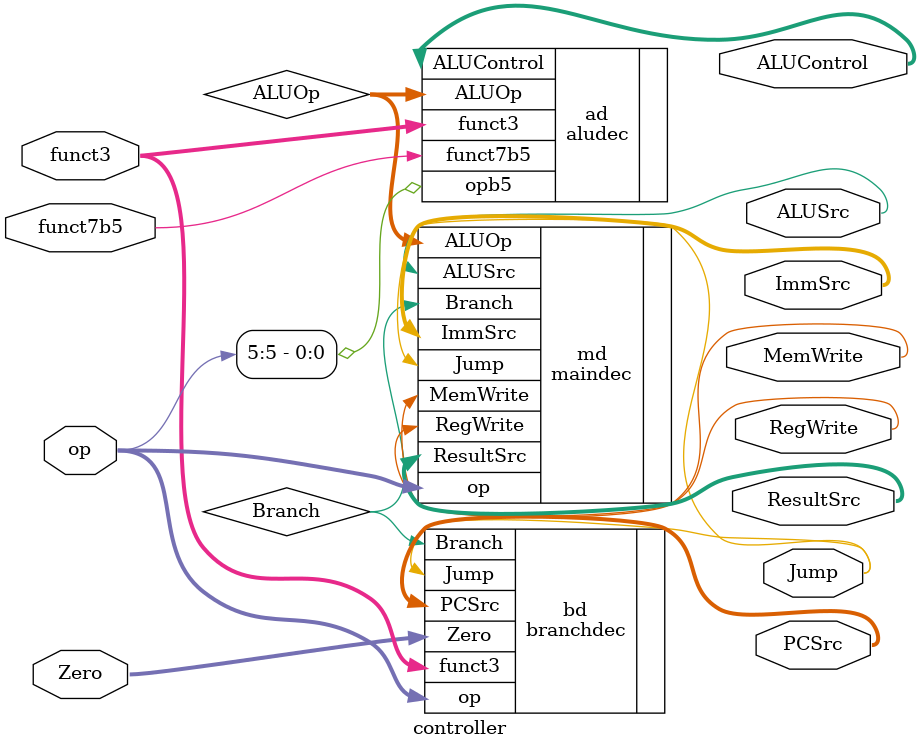
<source format=sv>
module controller (
  input  logic [6:0]  op,
  input  logic [2:0]  funct3,
  input  logic        funct7b5,
  input  logic [1:0]  Zero,
  output logic [1:0]  ResultSrc,
  output logic        MemWrite,
  output logic        ALUSrc,
  output logic        RegWrite,
  output logic        Jump,
  output logic [1:0]  PCSrc, ImmSrc,
  output logic [2:0]  ALUControl
);

  logic [1:0] ALUOp;
  logic        Branch;

  maindec md (
    .op          (op),
    .ResultSrc   (ResultSrc),
    .MemWrite    (MemWrite),
    .Branch      (Branch),
    .ALUSrc      (ALUSrc),
    .RegWrite    (RegWrite),
    .Jump        (Jump),
    .ImmSrc      (ImmSrc),
    .ALUOp       (ALUOp)
  );

  aludec ad (
    .opb5       (op[5]),
    .funct3     (funct3),
    .funct7b5   (funct7b5),
    .ALUOp      (ALUOp),
    .ALUControl (ALUControl)
  );
  
  branchdec bd (
    .op         (op),
    .Branch     (Branch),
    .funct3     (funct3),
    .Zero       (Zero),
    .Jump       (Jump),
    .PCSrc      (PCSrc)
  );
 

endmodule

</source>
